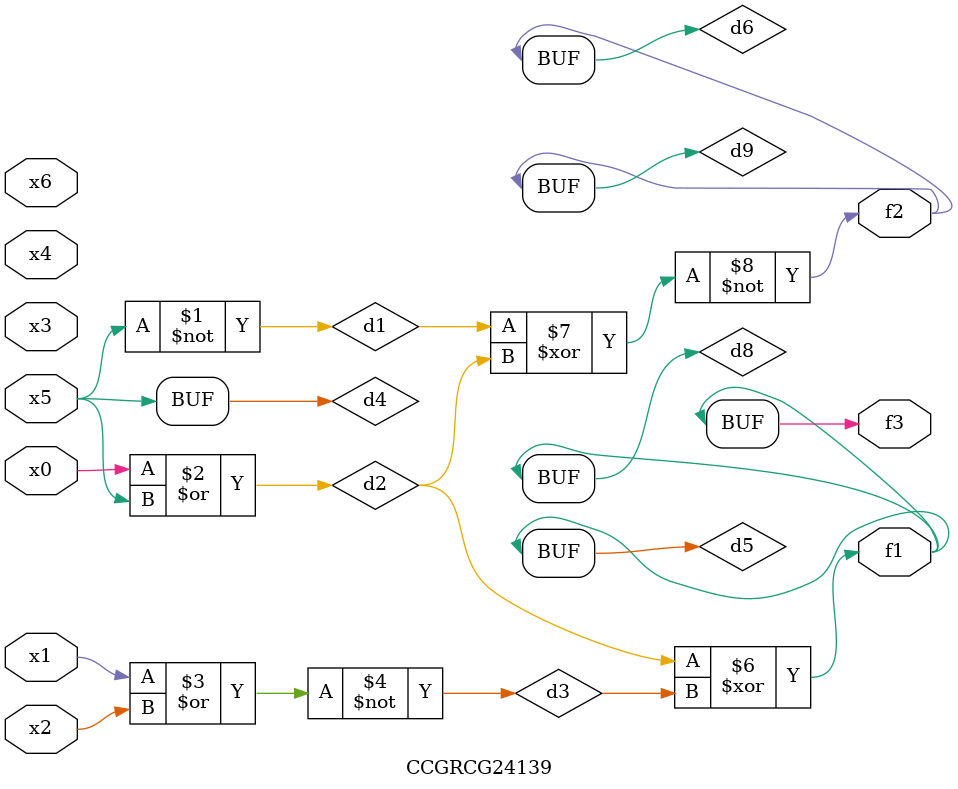
<source format=v>
module CCGRCG24139(
	input x0, x1, x2, x3, x4, x5, x6,
	output f1, f2, f3
);

	wire d1, d2, d3, d4, d5, d6, d7, d8, d9;

	nand (d1, x5);
	or (d2, x0, x5);
	nor (d3, x1, x2);
	xnor (d4, d1);
	xor (d5, d2, d3);
	xnor (d6, d1, d2);
	not (d7, x4);
	buf (d8, d5);
	xor (d9, d6);
	assign f1 = d8;
	assign f2 = d9;
	assign f3 = d8;
endmodule

</source>
